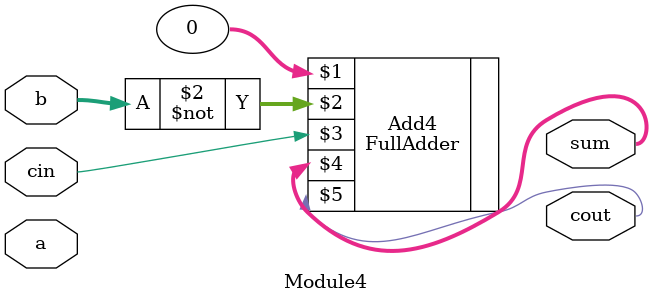
<source format=v>
module Module4(a, b, cin, sum, cout);
   input [3:0] a, b;
   input cin;
   output [3:0] sum;
   output cout;
   FullAdder Add4(0, ~b, cin, sum, cout);
endmodule 
</source>
